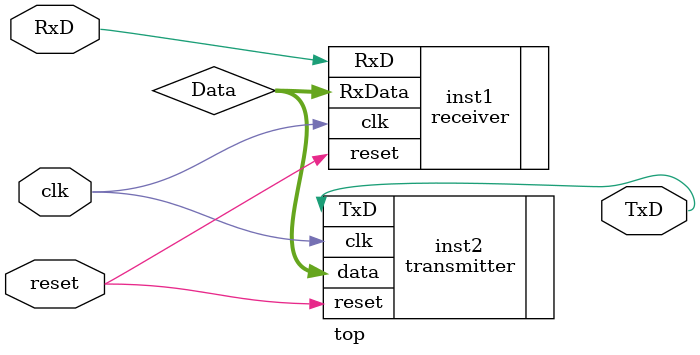
<source format=v>
`timescale 1ns / 1ps


module top(input clk,reset,RxD ,output TxD);
   wire [7:0] Data;

    receiver inst1 (.clk(clk),.reset(reset),.RxD(RxD),.RxData(Data));
    transmitter inst2 (.clk(clk),.reset(reset),.data(Data),.TxD(TxD));
endmodule

</source>
